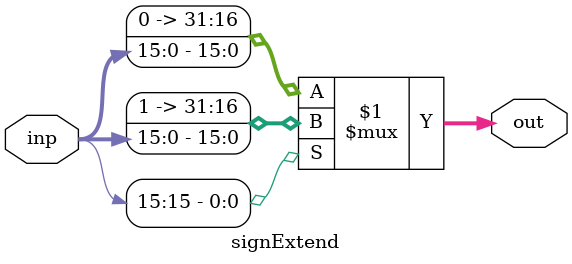
<source format=v>
module signExtend(input [15:0] inp, output [31:0] out);
	assign out = (inp[15])? {16'b1111111111111111,inp} : {16'b0,inp};

endmodule

</source>
